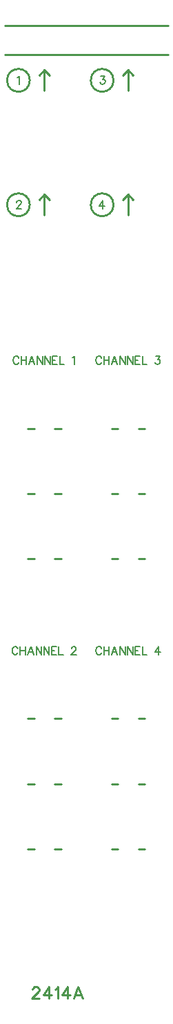
<source format=gto>
G04 Layer: TopSilkscreenLayer*
G04 EasyEDA v6.5.22, 2023-04-16 14:26:35*
G04 d5b1b88f56c4446086ecb81e1243fcf9,5a6b42c53f6a479593ecc07194224c93,10*
G04 Gerber Generator version 0.2*
G04 Scale: 100 percent, Rotated: No, Reflected: No *
G04 Dimensions in millimeters *
G04 leading zeros omitted , absolute positions ,4 integer and 5 decimal *
%FSLAX45Y45*%
%MOMM*%

%ADD10C,0.2540*%
%ADD11C,0.1524*%
%ADD12C,0.2032*%

%LPD*%
D10*
X349757Y384047D02*
G01*
X349757Y390905D01*
X356615Y404368D01*
X363473Y411226D01*
X376936Y418084D01*
X404368Y418084D01*
X417829Y411226D01*
X424687Y404368D01*
X431545Y390905D01*
X431545Y377189D01*
X424687Y363473D01*
X410971Y343154D01*
X342900Y274828D01*
X438404Y274828D01*
X551434Y418084D02*
G01*
X483362Y322579D01*
X585723Y322579D01*
X551434Y418084D02*
G01*
X551434Y274828D01*
X630681Y390905D02*
G01*
X644144Y397510D01*
X664718Y418084D01*
X664718Y274828D01*
X778002Y418084D02*
G01*
X709675Y322579D01*
X812038Y322579D01*
X778002Y418084D02*
G01*
X778002Y274828D01*
X911606Y418084D02*
G01*
X856995Y274828D01*
X911606Y418084D02*
G01*
X965961Y274828D01*
X877570Y322579D02*
G01*
X945641Y322579D01*
D11*
X169671Y4561235D02*
G01*
X165354Y4570379D01*
X156210Y4579523D01*
X147065Y4584095D01*
X128778Y4584095D01*
X119887Y4579523D01*
X110744Y4570379D01*
X106171Y4561235D01*
X101600Y4547519D01*
X101600Y4524913D01*
X106171Y4511197D01*
X110744Y4502307D01*
X119887Y4493163D01*
X128778Y4488591D01*
X147065Y4488591D01*
X156210Y4493163D01*
X165354Y4502307D01*
X169671Y4511197D01*
X199897Y4584095D02*
G01*
X199897Y4488591D01*
X263397Y4584095D02*
G01*
X263397Y4488591D01*
X199897Y4538629D02*
G01*
X263397Y4538629D01*
X329692Y4584095D02*
G01*
X293370Y4488591D01*
X329692Y4584095D02*
G01*
X366268Y4488591D01*
X307086Y4520341D02*
G01*
X352552Y4520341D01*
X396239Y4584095D02*
G01*
X396239Y4488591D01*
X396239Y4584095D02*
G01*
X459739Y4488591D01*
X459739Y4584095D02*
G01*
X459739Y4488591D01*
X489712Y4584095D02*
G01*
X489712Y4488591D01*
X489712Y4584095D02*
G01*
X553465Y4488591D01*
X553465Y4584095D02*
G01*
X553465Y4488591D01*
X583437Y4584095D02*
G01*
X583437Y4488591D01*
X583437Y4584095D02*
G01*
X642620Y4584095D01*
X583437Y4538629D02*
G01*
X619760Y4538629D01*
X583437Y4488591D02*
G01*
X642620Y4488591D01*
X672591Y4584095D02*
G01*
X672591Y4488591D01*
X672591Y4488591D02*
G01*
X726947Y4488591D01*
X831595Y4561235D02*
G01*
X831595Y4565807D01*
X836168Y4574951D01*
X840740Y4579523D01*
X849884Y4584095D01*
X867918Y4584095D01*
X877061Y4579523D01*
X881634Y4574951D01*
X886206Y4565807D01*
X886206Y4556663D01*
X881634Y4547519D01*
X872490Y4534057D01*
X827024Y4488591D01*
X890777Y4488591D01*
X182371Y8117331D02*
G01*
X178054Y8126476D01*
X168910Y8135365D01*
X159765Y8139937D01*
X141478Y8139937D01*
X132587Y8135365D01*
X123444Y8126476D01*
X118871Y8117331D01*
X114300Y8103615D01*
X114300Y8081010D01*
X118871Y8067294D01*
X123444Y8058150D01*
X132587Y8049005D01*
X141478Y8044434D01*
X159765Y8044434D01*
X168910Y8049005D01*
X178054Y8058150D01*
X182371Y8067294D01*
X212597Y8139937D02*
G01*
X212597Y8044434D01*
X276097Y8139937D02*
G01*
X276097Y8044434D01*
X212597Y8094471D02*
G01*
X276097Y8094471D01*
X342392Y8139937D02*
G01*
X306070Y8044434D01*
X342392Y8139937D02*
G01*
X378968Y8044434D01*
X319786Y8076437D02*
G01*
X365252Y8076437D01*
X408939Y8139937D02*
G01*
X408939Y8044434D01*
X408939Y8139937D02*
G01*
X472439Y8044434D01*
X472439Y8139937D02*
G01*
X472439Y8044434D01*
X502412Y8139937D02*
G01*
X502412Y8044434D01*
X502412Y8139937D02*
G01*
X566165Y8044434D01*
X566165Y8139937D02*
G01*
X566165Y8044434D01*
X596137Y8139937D02*
G01*
X596137Y8044434D01*
X596137Y8139937D02*
G01*
X655320Y8139937D01*
X596137Y8094471D02*
G01*
X632460Y8094471D01*
X596137Y8044434D02*
G01*
X655320Y8044434D01*
X685291Y8139937D02*
G01*
X685291Y8044434D01*
X685291Y8044434D02*
G01*
X739647Y8044434D01*
X839724Y8121904D02*
G01*
X848868Y8126476D01*
X862584Y8139937D01*
X862584Y8044434D01*
X1198372Y8117281D02*
G01*
X1194054Y8126425D01*
X1184909Y8135569D01*
X1175765Y8139887D01*
X1157477Y8139887D01*
X1148588Y8135569D01*
X1139443Y8126425D01*
X1134872Y8117281D01*
X1130300Y8103565D01*
X1130300Y8080959D01*
X1134872Y8067243D01*
X1139443Y8058099D01*
X1148588Y8049209D01*
X1157477Y8044637D01*
X1175765Y8044637D01*
X1184909Y8049209D01*
X1194054Y8058099D01*
X1198372Y8067243D01*
X1228597Y8139887D02*
G01*
X1228597Y8044637D01*
X1292097Y8139887D02*
G01*
X1292097Y8044637D01*
X1228597Y8094675D02*
G01*
X1292097Y8094675D01*
X1358391Y8139887D02*
G01*
X1322070Y8044637D01*
X1358391Y8139887D02*
G01*
X1394968Y8044637D01*
X1335786Y8076387D02*
G01*
X1381252Y8076387D01*
X1424940Y8139887D02*
G01*
X1424940Y8044637D01*
X1424940Y8139887D02*
G01*
X1488440Y8044637D01*
X1488440Y8139887D02*
G01*
X1488440Y8044637D01*
X1518411Y8139887D02*
G01*
X1518411Y8044637D01*
X1518411Y8139887D02*
G01*
X1582165Y8044637D01*
X1582165Y8139887D02*
G01*
X1582165Y8044637D01*
X1612138Y8139887D02*
G01*
X1612138Y8044637D01*
X1612138Y8139887D02*
G01*
X1671320Y8139887D01*
X1612138Y8094675D02*
G01*
X1648459Y8094675D01*
X1612138Y8044637D02*
G01*
X1671320Y8044637D01*
X1701291Y8139887D02*
G01*
X1701291Y8044637D01*
X1701291Y8044637D02*
G01*
X1755647Y8044637D01*
X1864868Y8139887D02*
G01*
X1914906Y8139887D01*
X1887474Y8103565D01*
X1901190Y8103565D01*
X1910334Y8098993D01*
X1914906Y8094675D01*
X1919477Y8080959D01*
X1919477Y8071815D01*
X1914906Y8058099D01*
X1905761Y8049209D01*
X1892045Y8044637D01*
X1878584Y8044637D01*
X1864868Y8049209D01*
X1860295Y8053527D01*
X1855724Y8062671D01*
X1198372Y4561230D02*
G01*
X1194054Y4570374D01*
X1184909Y4579518D01*
X1175765Y4584090D01*
X1157477Y4584090D01*
X1148588Y4579518D01*
X1139443Y4570374D01*
X1134872Y4561230D01*
X1130300Y4547768D01*
X1130300Y4524908D01*
X1134872Y4511192D01*
X1139443Y4502302D01*
X1148588Y4493158D01*
X1157477Y4488586D01*
X1175765Y4488586D01*
X1184909Y4493158D01*
X1194054Y4502302D01*
X1198372Y4511192D01*
X1228597Y4584090D02*
G01*
X1228597Y4488586D01*
X1292097Y4584090D02*
G01*
X1292097Y4488586D01*
X1228597Y4538624D02*
G01*
X1292097Y4538624D01*
X1358391Y4584090D02*
G01*
X1322070Y4488586D01*
X1358391Y4584090D02*
G01*
X1394968Y4488586D01*
X1335786Y4520336D02*
G01*
X1381252Y4520336D01*
X1424940Y4584090D02*
G01*
X1424940Y4488586D01*
X1424940Y4584090D02*
G01*
X1488440Y4488586D01*
X1488440Y4584090D02*
G01*
X1488440Y4488586D01*
X1518411Y4584090D02*
G01*
X1518411Y4488586D01*
X1518411Y4584090D02*
G01*
X1582165Y4488586D01*
X1582165Y4584090D02*
G01*
X1582165Y4488586D01*
X1612138Y4584090D02*
G01*
X1612138Y4488586D01*
X1612138Y4584090D02*
G01*
X1671320Y4584090D01*
X1612138Y4538624D02*
G01*
X1648459Y4538624D01*
X1612138Y4488586D02*
G01*
X1671320Y4488586D01*
X1701291Y4584090D02*
G01*
X1701291Y4488586D01*
X1701291Y4488586D02*
G01*
X1755647Y4488586D01*
X1901190Y4584090D02*
G01*
X1855724Y4520336D01*
X1924050Y4520336D01*
X1901190Y4584090D02*
G01*
X1901190Y4488586D01*
D12*
X165100Y11550904D02*
G01*
X174244Y11555476D01*
X187705Y11568937D01*
X187705Y11473434D01*
X156971Y10022331D02*
G01*
X156971Y10026904D01*
X161544Y10035794D01*
X166115Y10040365D01*
X175005Y10044937D01*
X193294Y10044937D01*
X202437Y10040365D01*
X207010Y10035794D01*
X211581Y10026904D01*
X211581Y10017760D01*
X207010Y10008615D01*
X197865Y9994900D01*
X152400Y9949434D01*
X216154Y9949434D01*
X1213865Y10044937D02*
G01*
X1168400Y9981437D01*
X1236472Y9981437D01*
X1213865Y10044937D02*
G01*
X1213865Y9949434D01*
X1190243Y11568937D02*
G01*
X1240281Y11568937D01*
X1212850Y11532615D01*
X1226565Y11532615D01*
X1235709Y11528044D01*
X1240281Y11523471D01*
X1244854Y11510010D01*
X1244854Y11500865D01*
X1240281Y11487150D01*
X1231138Y11478005D01*
X1217422Y11473434D01*
X1203706Y11473434D01*
X1190243Y11478005D01*
X1185672Y11482578D01*
X1181100Y11491721D01*
D10*
X1523900Y9867900D02*
G01*
X1523900Y10121900D01*
X1523900Y10121900D02*
G01*
X1587400Y10058400D01*
X1523900Y10121900D02*
G01*
X1460400Y10058400D01*
X1523900Y11391900D02*
G01*
X1523900Y11645900D01*
X1523900Y11645900D02*
G01*
X1587400Y11582400D01*
X1523900Y11645900D02*
G01*
X1460400Y11582400D01*
X495200Y9867900D02*
G01*
X495200Y10121900D01*
X495200Y10121900D02*
G01*
X558700Y10058400D01*
X495200Y10121900D02*
G01*
X431700Y10058400D01*
X495200Y11391900D02*
G01*
X495200Y11645900D01*
X495200Y11645900D02*
G01*
X558700Y11582400D01*
X495200Y11645900D02*
G01*
X431700Y11582400D01*
X1651000Y7256487D02*
G01*
X1730994Y7256492D01*
X1651000Y6456486D02*
G01*
X1730994Y6456492D01*
X1651000Y5659381D02*
G01*
X1730994Y5659394D01*
X1320998Y5659381D02*
G01*
X1400992Y5659394D01*
X1320998Y6456486D02*
G01*
X1400992Y6456492D01*
X1320998Y7256487D02*
G01*
X1400992Y7256492D01*
X1651000Y3703990D02*
G01*
X1730994Y3704003D01*
X1651000Y2903984D02*
G01*
X1730994Y2904002D01*
X1651000Y2106879D02*
G01*
X1730994Y2106891D01*
X1320998Y2106884D02*
G01*
X1400992Y2106896D01*
X1320998Y2903984D02*
G01*
X1400992Y2904002D01*
X1320998Y3703990D02*
G01*
X1400992Y3704003D01*
X622300Y7256487D02*
G01*
X702294Y7256492D01*
X622300Y6456486D02*
G01*
X702294Y6456492D01*
X622300Y5659381D02*
G01*
X702294Y5659394D01*
X292298Y5659381D02*
G01*
X372292Y5659394D01*
X292298Y6456486D02*
G01*
X372292Y6456492D01*
X292298Y7256487D02*
G01*
X372292Y7256492D01*
X622300Y3703990D02*
G01*
X702294Y3704003D01*
X622300Y2903984D02*
G01*
X702294Y2904002D01*
X622300Y2106879D02*
G01*
X702294Y2106891D01*
X292298Y2106884D02*
G01*
X372292Y2106896D01*
X292298Y2903984D02*
G01*
X372292Y2904002D01*
X292298Y3703990D02*
G01*
X372292Y3704003D01*
X2015070Y12192000D02*
G01*
X15069Y12192000D01*
X2015070Y11836400D02*
G01*
X15069Y11836400D01*
G75*
G01
X317500Y11518900D02*
G03X317500Y11518900I-139700J0D01*
G75*
G01
X317500Y9994900D02*
G03X317500Y9994900I-139700J0D01*
G75*
G01
X1346200Y9994900D02*
G03X1346200Y9994900I-139700J0D01*
G75*
G01
X1346200Y11518900D02*
G03X1346200Y11518900I-139700J0D01*
M02*

</source>
